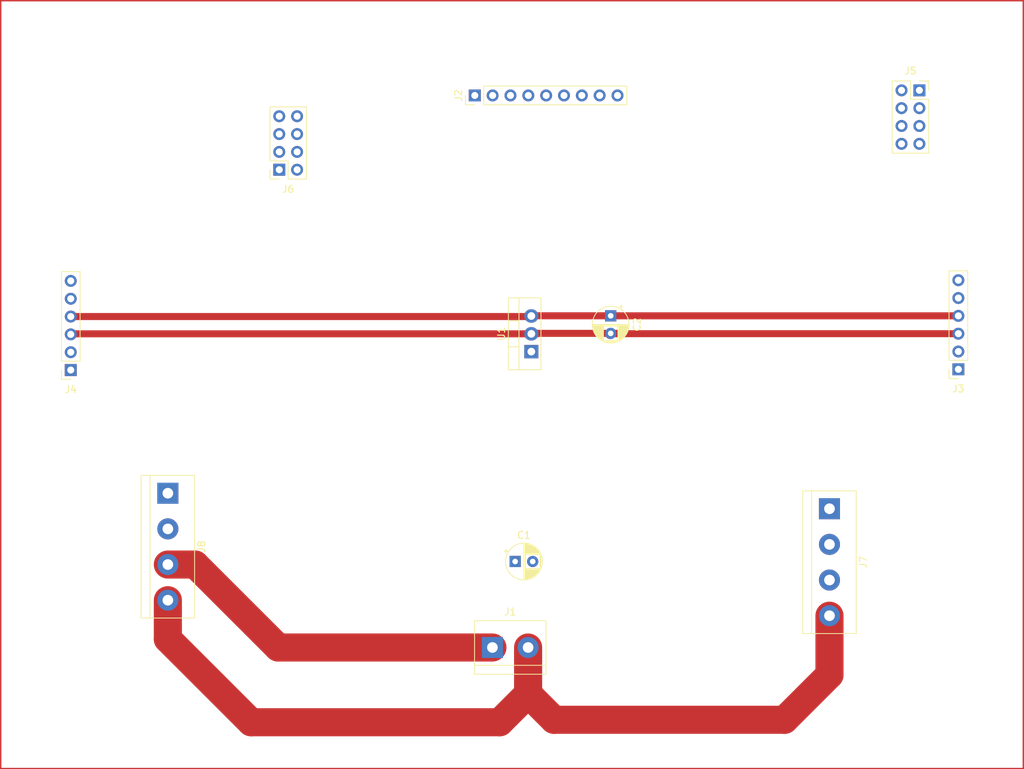
<source format=kicad_pcb>
(kicad_pcb (version 20240108) (generator "pcbnew") (generator_version "8.0")
  (layers (0 "F.Cu" signal) (31 "B.Cu" signal) (34 "B.Paste" user) (35 "F.Paste" user) (36 "B.SilkS" user "B.Silkscreen") (37 "F.SilkS" user "F.Silkscreen") (38 "B.Mask" user) (39 "F.Mask" user) (44 "Edge.Cuts" user))
  (net 0 "")
  (net 1 "/12V")
  (net 2 "/GND")
  (net 3 "/5V")
  (net 4 "/RIGHT_ENC_A")
  (net 5 "/RIGHT_ENC_B")
  (net 6 "/LEFT_L_PWM")
  (net 7 "/LEFT_ENC_A")
  (net 8 "/RIGHT_R_PWM")
  (net 9 "/RIGHT_L_PWM")
  (net 10 "/LEFT_ENC_B")
  (net 11 "/LEFT_R_PWM")
  (net 12 "/RIGHT_M+")
  (net 13 "/RIGHT_M-")
  (net 14 "/LEFT_M-")
  (net 15 "/LEFT_M+")
  (net 18 "/RIGHT_R_EN")
  (net 19 "/RIGHT_L_EN")
  (net 20 "/LEFT_L_EN")
  (net 23 "/LEFT_R_EN")
  (footprint "TerminalBlock:TerminalBlock_bornier-4_P5.08mm" (layer "F.Cu") (at 193.35 117.13 -90)
    (property "Reference" "J7" (at 7.6 -4.8 90) (layer "F.SilkS"))
    (property "Value" "RIGHT_D_POWER")
    (fp_line (start -2.54 3.81) (end 17.78 3.81) (stroke (width 0.12)) (layer "F.SilkS"))
    (fp_line (start 17.78 3.81) (end 17.78 -3.81) (stroke (width 0.12)) (layer "F.SilkS"))
    (fp_line (start 17.78 2.54) (end -2.54 2.54) (stroke (width 0.12)) (layer "F.SilkS"))
    (fp_line (start -2.54 -3.81) (end -2.54 3.81) (stroke (width 0.12)) (layer "F.SilkS"))
    (fp_line (start -2.54 -3.81) (end 17.78 -3.81) (stroke (width 0.12)) (layer "F.SilkS"))
    (pad "1" thru_hole rect (at 0 0 270) (size 3 3) (drill 1.52) (layers "*.Cu" "*.Mask") (net 13 "/RIGHT_M-"))
    (pad "2" thru_hole circle (at 5.08 0 270) (size 3 3) (drill 1.52) (layers "*.Cu" "*.Mask") (net 12 "/RIGHT_M+"))
    (pad "3" thru_hole circle (at 10.16 0 270) (size 3 3) (drill 1.52) (layers "*.Cu" "*.Mask") (net 1 "/12V"))
    (pad "4" thru_hole circle (at 15.24 0 270) (size 3 3) (drill 1.52) (layers "*.Cu" "*.Mask") (net 2 "/GND"))
  )
  (footprint "Package_TO_SOT_THT:TO-220-3_Vertical" (layer "F.Cu") (at 150.9 94.75 90)
    (property "Reference" "U1" (at 2.54 -4.27 90) (layer "F.SilkS"))
    (property "Value" "LM7805_TO220")
    (fp_line (start 7.66 -3.27) (end 7.66 1.371) (stroke (width 0.12)) (layer "F.SilkS"))
    (fp_line (start 4.391 -3.27) (end 4.391 -1.76) (stroke (width 0.12)) (layer "F.SilkS"))
    (fp_line (start 0.69 -3.27) (end 0.69 -1.76) (stroke (width 0.12)) (layer "F.SilkS"))
    (fp_line (start -2.58 -3.27) (end 7.66 -3.27) (stroke (width 0.12)) (layer "F.SilkS"))
    (fp_line (start -2.58 -3.27) (end -2.58 1.371) (stroke (width 0.12)) (layer "F.SilkS"))
    (fp_line (start -2.58 -1.76) (end 7.66 -1.76) (stroke (width 0.12)) (layer "F.SilkS"))
    (fp_line (start -2.58 1.371) (end 7.66 1.371) (stroke (width 0.12)) (layer "F.SilkS"))
    (pad "1" thru_hole rect (at 0 0 90) (size 1.905 2) (drill 1.1) (layers "*.Cu" "*.Mask") (net 1 "/12V"))
    (pad "2" thru_hole oval (at 2.54 0 90) (size 1.905 2) (drill 1.1) (layers "*.Cu" "*.Mask") (net 2 "/GND"))
    (pad "3" thru_hole oval (at 5.08 0 90) (size 1.905 2) (drill 1.1) (layers "*.Cu" "*.Mask") (net 3 "/5V"))
  )
  (footprint "Connector_PinSocket_2.54mm:PinSocket_2x04_P2.54mm_Vertical" (layer "F.Cu") (at 115.01 68.83 180)
    (property "Reference" "J6" (at -1.27 -2.77 360) (layer "F.SilkS"))
    (property "Value" "LEFT_D")
    (fp_line (start 1.33 1.27) (end 1.33 8.95) (stroke (width 0.12)) (layer "F.SilkS"))
    (fp_line (start 1.33 -1.33) (end 1.33 0) (stroke (width 0.12)) (layer "F.SilkS"))
    (fp_line (start 0 -1.33) (end 1.33 -1.33) (stroke (width 0.12)) (layer "F.SilkS"))
    (fp_line (start -1.27 1.27) (end 1.33 1.27) (stroke (width 0.12)) (layer "F.SilkS"))
    (fp_line (start -1.27 -1.33) (end -1.27 1.27) (stroke (width 0.12)) (layer "F.SilkS"))
    (fp_line (start -3.87 8.95) (end 1.33 8.95) (stroke (width 0.12)) (layer "F.SilkS"))
    (fp_line (start -3.87 -1.33) (end -1.27 -1.33) (stroke (width 0.12)) (layer "F.SilkS"))
    (fp_line (start -3.87 -1.33) (end -3.87 8.95) (stroke (width 0.12)) (layer "F.SilkS"))
    (pad "1" thru_hole rect (at 0 0 180) (size 1.7 1.7) (drill 1) (layers "*.Cu" "*.Mask") (net 11 "/LEFT_R_PWM"))
    (pad "2" thru_hole oval (at -2.54 0 180) (size 1.7 1.7) (drill 1) (layers "*.Cu" "*.Mask") (net 6 "/LEFT_L_PWM"))
    (pad "3" thru_hole oval (at 0 2.54 180) (size 1.7 1.7) (drill 1) (layers "*.Cu" "*.Mask") (net 23 "/LEFT_R_EN"))
    (pad "4" thru_hole oval (at -2.54 2.54 180) (size 1.7 1.7) (drill 1) (layers "*.Cu" "*.Mask") (net 20 "/LEFT_L_EN"))
    (pad "5" thru_hole oval (at 0 5.08 180) (size 1.7 1.7) (drill 1) (layers "*.Cu" "*.Mask"))
    (pad "6" thru_hole oval (at -2.54 5.08 180) (size 1.7 1.7) (drill 1) (layers "*.Cu" "*.Mask"))
    (pad "7" thru_hole oval (at 0 7.62 180) (size 1.7 1.7) (drill 1) (layers "*.Cu" "*.Mask") (net 3 "/5V"))
    (pad "8" thru_hole oval (at -2.54 7.62 180) (size 1.7 1.7) (drill 1) (layers "*.Cu" "*.Mask") (net 2 "/GND"))
  )
  (footprint "TerminalBlock:TerminalBlock_bornier-4_P5.08mm" (layer "F.Cu") (at 99.15 114.92 -90)
    (property "Reference" "J8" (at 7.6 -4.8 90) (layer "F.SilkS"))
    (property "Value" "LEFT_D_POWER")
    (fp_line (start -2.54 3.81) (end 17.78 3.81) (stroke (width 0.12)) (layer "F.SilkS"))
    (fp_line (start 17.78 3.81) (end 17.78 -3.81) (stroke (width 0.12)) (layer "F.SilkS"))
    (fp_line (start 17.78 2.54) (end -2.54 2.54) (stroke (width 0.12)) (layer "F.SilkS"))
    (fp_line (start -2.54 -3.81) (end -2.54 3.81) (stroke (width 0.12)) (layer "F.SilkS"))
    (fp_line (start -2.54 -3.81) (end 17.78 -3.81) (stroke (width 0.12)) (layer "F.SilkS"))
    (pad "1" thru_hole rect (at 0 0 270) (size 3 3) (drill 1.52) (layers "*.Cu" "*.Mask") (net 14 "/LEFT_M-"))
    (pad "2" thru_hole circle (at 5.08 0 270) (size 3 3) (drill 1.52) (layers "*.Cu" "*.Mask") (net 15 "/LEFT_M+"))
    (pad "3" thru_hole circle (at 10.16 0 270) (size 3 3) (drill 1.52) (layers "*.Cu" "*.Mask") (net 1 "/12V"))
    (pad "4" thru_hole circle (at 15.24 0 270) (size 3 3) (drill 1.52) (layers "*.Cu" "*.Mask") (net 2 "/GND"))
  )
  (footprint "Connector_PinSocket_2.54mm:PinSocket_1x06_P2.54mm_Vertical" (layer "F.Cu") (at 211.7 97.27 180)
    (property "Reference" "J3" (at 0 -2.77 360) (layer "F.SilkS"))
    (property "Value" "RIGHT_M")
    (fp_line (start 1.33 1.27) (end 1.33 14.03) (stroke (width 0.12)) (layer "F.SilkS"))
    (fp_line (start 1.33 -1.33) (end 1.33 0) (stroke (width 0.12)) (layer "F.SilkS"))
    (fp_line (start 0 -1.33) (end 1.33 -1.33) (stroke (width 0.12)) (layer "F.SilkS"))
    (fp_line (start -1.33 14.03) (end 1.33 14.03) (stroke (width 0.12)) (layer "F.SilkS"))
    (fp_line (start -1.33 1.27) (end 1.33 1.27) (stroke (width 0.12)) (layer "F.SilkS"))
    (fp_line (start -1.33 1.27) (end -1.33 14.03) (stroke (width 0.12)) (layer "F.SilkS"))
    (pad "1" thru_hole rect (at 0 0 180) (size 1.7 1.7) (drill 1) (layers "*.Cu" "*.Mask") (net 12 "/RIGHT_M+"))
    (pad "2" thru_hole oval (at 0 2.54 180) (size 1.7 1.7) (drill 1) (layers "*.Cu" "*.Mask") (net 13 "/RIGHT_M-"))
    (pad "3" thru_hole oval (at 0 5.08 180) (size 1.7 1.7) (drill 1) (layers "*.Cu" "*.Mask") (net 2 "/GND"))
    (pad "4" thru_hole oval (at 0 7.62 180) (size 1.7 1.7) (drill 1) (layers "*.Cu" "*.Mask") (net 3 "/5V"))
    (pad "5" thru_hole oval (at 0 10.16 180) (size 1.7 1.7) (drill 1) (layers "*.Cu" "*.Mask") (net 4 "/RIGHT_ENC_A"))
    (pad "6" thru_hole oval (at 0 12.7 180) (size 1.7 1.7) (drill 1) (layers "*.Cu" "*.Mask") (net 5 "/RIGHT_ENC_B"))
  )
  (footprint "Connector_PinSocket_2.54mm:PinSocket_1x06_P2.54mm_Vertical" (layer "F.Cu") (at 85.325 97.37 180)
    (property "Reference" "J4" (at 0 -2.77 360) (layer "F.SilkS"))
    (property "Value" "LEFT_M")
    (fp_line (start 1.33 1.27) (end 1.33 14.03) (stroke (width 0.12)) (layer "F.SilkS"))
    (fp_line (start 1.33 -1.33) (end 1.33 0) (stroke (width 0.12)) (layer "F.SilkS"))
    (fp_line (start 0 -1.33) (end 1.33 -1.33) (stroke (width 0.12)) (layer "F.SilkS"))
    (fp_line (start -1.33 14.03) (end 1.33 14.03) (stroke (width 0.12)) (layer "F.SilkS"))
    (fp_line (start -1.33 1.27) (end 1.33 1.27) (stroke (width 0.12)) (layer "F.SilkS"))
    (fp_line (start -1.33 1.27) (end -1.33 14.03) (stroke (width 0.12)) (layer "F.SilkS"))
    (pad "1" thru_hole rect (at 0 0 180) (size 1.7 1.7) (drill 1) (layers "*.Cu" "*.Mask") (net 15 "/LEFT_M+"))
    (pad "2" thru_hole oval (at 0 2.54 180) (size 1.7 1.7) (drill 1) (layers "*.Cu" "*.Mask") (net 14 "/LEFT_M-"))
    (pad "3" thru_hole oval (at 0 5.08 180) (size 1.7 1.7) (drill 1) (layers "*.Cu" "*.Mask") (net 2 "/GND"))
    (pad "4" thru_hole oval (at 0 7.62 180) (size 1.7 1.7) (drill 1) (layers "*.Cu" "*.Mask") (net 3 "/5V"))
    (pad "5" thru_hole oval (at 0 10.16 180) (size 1.7 1.7) (drill 1) (layers "*.Cu" "*.Mask") (net 7 "/LEFT_ENC_A"))
    (pad "6" thru_hole oval (at 0 12.7 180) (size 1.7 1.7) (drill 1) (layers "*.Cu" "*.Mask") (net 10 "/LEFT_ENC_B"))
  )
  (footprint "Connector_PinHeader_2.54mm:PinHeader_1x09_P2.54mm_Vertical" (layer "F.Cu") (at 142.85 58.25 90)
    (property "Reference" "J2" (at 0 -2.33 90) (layer "F.SilkS"))
    (property "Value" "CONTROLLER")
    (fp_line (start -1.33 -1.33) (end 0 -1.33) (stroke (width 0.12)) (layer "F.SilkS"))
    (fp_line (start -1.33 0) (end -1.33 -1.33) (stroke (width 0.12)) (layer "F.SilkS"))
    (fp_line (start 1.33 1.27) (end 1.33 21.65) (stroke (width 0.12)) (layer "F.SilkS"))
    (fp_line (start -1.33 1.27) (end 1.33 1.27) (stroke (width 0.12)) (layer "F.SilkS"))
    (fp_line (start -1.33 1.27) (end -1.33 21.65) (stroke (width 0.12)) (layer "F.SilkS"))
    (fp_line (start -1.33 21.65) (end 1.33 21.65) (stroke (width 0.12)) (layer "F.SilkS"))
    (pad "1" thru_hole rect (at 0 0 90) (size 1.7 1.7) (drill 1) (layers "*.Cu" "*.Mask") (net 10 "/LEFT_ENC_B"))
    (pad "2" thru_hole oval (at 0 2.54 90) (size 1.7 1.7) (drill 1) (layers "*.Cu" "*.Mask") (net 7 "/LEFT_ENC_A"))
    (pad "3" thru_hole oval (at 0 5.08 90) (size 1.7 1.7) (drill 1) (layers "*.Cu" "*.Mask") (net 11 "/LEFT_R_PWM"))
    (pad "4" thru_hole oval (at 0 7.62 90) (size 1.7 1.7) (drill 1) (layers "*.Cu" "*.Mask") (net 6 "/LEFT_L_PWM"))
    (pad "5" thru_hole oval (at 0 10.16 90) (size 1.7 1.7) (drill 1) (layers "*.Cu" "*.Mask") (net 2 "/GND"))
    (pad "6" thru_hole oval (at 0 12.7 90) (size 1.7 1.7) (drill 1) (layers "*.Cu" "*.Mask") (net 9 "/RIGHT_L_PWM"))
    (pad "7" thru_hole oval (at 0 15.24 90) (size 1.7 1.7) (drill 1) (layers "*.Cu" "*.Mask") (net 8 "/RIGHT_R_PWM"))
    (pad "8" thru_hole oval (at 0 17.78 90) (size 1.7 1.7) (drill 1) (layers "*.Cu" "*.Mask") (net 4 "/RIGHT_ENC_A"))
    (pad "9" thru_hole oval (at 0 20.32 90) (size 1.7 1.7) (drill 1) (layers "*.Cu" "*.Mask") (net 5 "/RIGHT_ENC_B"))
  )
  (footprint "Capacitor_THT:CP_Radial_D5.0mm_P2.50mm" (layer "F.Cu") (at 162.2 89.644888 -90)
    (property "Reference" "C2" (at 1.25 -3.75 90) (layer "F.SilkS"))
    (property "Value" "C_Polarized")
    (fp_line (start 1.49 1.04) (end 1.49 2.569) (stroke (width 0.12)) (layer "F.SilkS"))
    (fp_line (start 1.53 1.04) (end 1.53 2.565) (stroke (width 0.12)) (layer "F.SilkS"))
    (fp_line (start 1.57 1.04) (end 1.57 2.561) (stroke (width 0.12)) (layer "F.SilkS"))
    (fp_line (start 1.61 1.04) (end 1.61 2.556) (stroke (width 0.12)) (layer "F.SilkS"))
    (fp_line (start 1.65 1.04) (end 1.65 2.55) (stroke (width 0.12)) (layer "F.SilkS"))
    (fp_line (start 1.69 1.04) (end 1.69 2.543) (stroke (width 0.12)) (layer "F.SilkS"))
    (fp_line (start 1.73 1.04) (end 1.73 2.536) (stroke (width 0.12)) (layer "F.SilkS"))
    (fp_line (start 1.77 1.04) (end 1.77 2.528) (stroke (width 0.12)) (layer "F.SilkS"))
    (fp_line (start 1.81 1.04) (end 1.81 2.52) (stroke (width 0.12)) (layer "F.SilkS"))
    (fp_line (start 1.85 1.04) (end 1.85 2.511) (stroke (width 0.12)) (layer "F.SilkS"))
    (fp_line (start 1.89 1.04) (end 1.89 2.501) (stroke (width 0.12)) (layer "F.SilkS"))
    (fp_line (start 1.93 1.04) (end 1.93 2.491) (stroke (width 0.12)) (layer "F.SilkS"))
    (fp_line (start 1.971 1.04) (end 1.971 2.48) (stroke (width 0.12)) (layer "F.SilkS"))
    (fp_line (start 2.011 1.04) (end 2.011 2.468) (stroke (width 0.12)) (layer "F.SilkS"))
    (fp_line (start 2.051 1.04) (end 2.051 2.455) (stroke (width 0.12)) (layer "F.SilkS"))
    (fp_line (start 2.091 1.04) (end 2.091 2.442) (stroke (width 0.12)) (layer "F.SilkS"))
    (fp_line (start 2.131 1.04) (end 2.131 2.428) (stroke (width 0.12)) (layer "F.SilkS"))
    (fp_line (start 2.171 1.04) (end 2.171 2.414) (stroke (width 0.12)) (layer "F.SilkS"))
    (fp_line (start 2.211 1.04) (end 2.211 2.398) (stroke (width 0.12)) (layer "F.SilkS"))
    (fp_line (start 2.251 1.04) (end 2.251 2.382) (stroke (width 0.12)) (layer "F.SilkS"))
    (fp_line (start 2.291 1.04) (end 2.291 2.365) (stroke (width 0.12)) (layer "F.SilkS"))
    (fp_line (start 2.331 1.04) (end 2.331 2.348) (stroke (width 0.12)) (layer "F.SilkS"))
    (fp_line (start 2.371 1.04) (end 2.371 2.329) (stroke (width 0.12)) (layer "F.SilkS"))
    (fp_line (start 2.411 1.04) (end 2.411 2.31) (stroke (width 0.12)) (layer "F.SilkS"))
    (fp_line (start 2.451 1.04) (end 2.451 2.29) (stroke (width 0.12)) (layer "F.SilkS"))
    (fp_line (start 2.491 1.04) (end 2.491 2.268) (stroke (width 0.12)) (layer "F.SilkS"))
    (fp_line (start 2.531 1.04) (end 2.531 2.247) (stroke (width 0.12)) (layer "F.SilkS"))
    (fp_line (start 2.571 1.04) (end 2.571 2.224) (stroke (width 0.12)) (layer "F.SilkS"))
    (fp_line (start 2.611 1.04) (end 2.611 2.2) (stroke (width 0.12)) (layer "F.SilkS"))
    (fp_line (start 2.651 1.04) (end 2.651 2.175) (stroke (width 0.12)) (layer "F.SilkS"))
    (fp_line (start 2.691 1.04) (end 2.691 2.149) (stroke (width 0.12)) (layer "F.SilkS"))
    (fp_line (start 2.731 1.04) (end 2.731 2.122) (stroke (width 0.12)) (layer "F.SilkS"))
    (fp_line (start 2.771 1.04) (end 2.771 2.095) (stroke (width 0.12)) (layer "F.SilkS"))
    (fp_line (start 2.811 1.04) (end 2.811 2.065) (stroke (width 0.12)) (layer "F.SilkS"))
    (fp_line (start 2.851 1.04) (end 2.851 2.035) (stroke (width 0.12)) (layer "F.SilkS"))
    (fp_line (start 2.891 1.04) (end 2.891 2.004) (stroke (width 0.12)) (layer "F.SilkS"))
    (fp_line (start 2.931 1.04) (end 2.931 1.971) (stroke (width 0.12)) (layer "F.SilkS"))
    (fp_line (start 2.971 1.04) (end 2.971 1.937) (stroke (width 0.12)) (layer "F.SilkS"))
    (fp_line (start 3.011 1.04) (end 3.011 1.901) (stroke (width 0.12)) (layer "F.SilkS"))
    (fp_line (start 3.051 1.04) (end 3.051 1.864) (stroke (width 0.12)) (layer "F.SilkS"))
    (fp_line (start 3.091 1.04) (end 3.091 1.826) (stroke (width 0.12)) (layer "F.SilkS"))
    (fp_line (start 3.131 1.04) (end 3.131 1.785) (stroke (width 0.12)) (layer "F.SilkS"))
    (fp_line (start 3.171 1.04) (end 3.171 1.743) (stroke (width 0.12)) (layer "F.SilkS"))
    (fp_line (start 3.211 1.04) (end 3.211 1.699) (stroke (width 0.12)) (layer "F.SilkS"))
    (fp_line (start 3.251 1.04) (end 3.251 1.653) (stroke (width 0.12)) (layer "F.SilkS"))
    (fp_line (start 3.291 1.04) (end 3.291 1.605) (stroke (width 0.12)) (layer "F.SilkS"))
    (fp_line (start 3.331 1.04) (end 3.331 1.554) (stroke (width 0.12)) (layer "F.SilkS"))
    (fp_line (start 3.371 1.04) (end 3.371 1.5) (stroke (width 0.12)) (layer "F.SilkS"))
    (fp_line (start 3.411 1.04) (end 3.411 1.443) (stroke (width 0.12)) (layer "F.SilkS"))
    (fp_line (start 3.451 1.04) (end 3.451 1.383) (stroke (width 0.12)) (layer "F.SilkS"))
    (fp_line (start 3.491 1.04) (end 3.491 1.319) (stroke (width 0.12)) (layer "F.SilkS"))
    (fp_line (start 3.531 1.04) (end 3.531 1.251) (stroke (width 0.12)) (layer "F.SilkS"))
    (fp_line (start 3.851 -0.284) (end 3.851 0.284) (stroke (width 0.12)) (layer "F.SilkS"))
    (fp_line (start 3.811 -0.518) (end 3.811 0.518) (stroke (width 0.12)) (layer "F.SilkS"))
    (fp_line (start 3.771 -0.677) (end 3.771 0.677) (stroke (width 0.12)) (layer "F.SilkS"))
    (fp_line (start 3.731 -0.805) (end 3.731 0.805) (stroke (width 0.12)) (layer "F.SilkS"))
    (fp_line (start 3.691 -0.915) (end 3.691 0.915) (stroke (width 0.12)) (layer "F.SilkS"))
    (fp_line (start 3.651 -1.011) (end 3.651 1.011) (stroke (width 0.12)) (layer "F.SilkS"))
    (fp_line (start 3.611 -1.098) (end 3.611 1.098) (stroke (width 0.12)) (layer "F.SilkS"))
    (fp_line (start 3.571 -1.178) (end 3.571 1.178) (stroke (width 0.12)) (layer "F.SilkS"))
    (fp_line (start 3.531 -1.251) (end 3.531 -1.04) (stroke (width 0.12)) (layer "F.SilkS"))
    (fp_line (start 3.491 -1.319) (end 3.491 -1.04) (stroke (width 0.12)) (layer "F.SilkS"))
    (fp_line (start 3.451 -1.383) (end 3.451 -1.04) (stroke (width 0.12)) (layer "F.SilkS"))
    (fp_line (start 3.411 -1.443) (end 3.411 -1.04) (stroke (width 0.12)) (layer "F.SilkS"))
    (fp_line (start -1.554775 -1.475) (end -1.054775 -1.475) (stroke (width 0.12)) (layer "F.SilkS"))
    (fp_line (start 3.371 -1.5) (end 3.371 -1.04) (stroke (width 0.12)) (layer "F.SilkS"))
    (fp_line (start 3.331 -1.554) (end 3.331 -1.04) (stroke (width 0.12)) (layer "F.SilkS"))
    (fp_line (start 3.291 -1.605) (end 3.291 -1.04) (stroke (width 0.12)) (layer "F.SilkS"))
    (fp_line (start 3.251 -1.653) (end 3.251 -1.04) (stroke (width 0.12)) (layer "F.SilkS"))
    (fp_line (start 3.211 -1.699) (end 3.211 -1.04) (stroke (width 0.12)) (layer "F.SilkS"))
    (fp_line (start -1.304775 -1.725) (end -1.304775 -1.225) (stroke (width 0.12)) (layer "F.SilkS"))
    (fp_line (start 3.171 -1.743) (end 3.171 -1.04) (stroke (width 0.12)) (layer "F.SilkS"))
    (fp_line (start 3.131 -1.785) (end 3.131 -1.04) (stroke (width 0.12)) (layer "F.SilkS"))
    (fp_line (start 3.091 -1.826) (end 3.091 -1.04) (stroke (width 0.12)) (layer "F.SilkS"))
    (fp_line (start 3.051 -1.864) (end 3.051 -1.04) (stroke (width 0.12)) (layer "F.SilkS"))
    (fp_line (start 3.011 -1.901) (end 3.011 -1.04) (stroke (width 0.12)) (layer "F.SilkS"))
    (fp_line (start 2.971 -1.937) (end 2.971 -1.04) (stroke (width 0.12)) (layer "F.SilkS"))
    (fp_line (start 2.931 -1.971) (end 2.931 -1.04) (stroke (width 0.12)) (layer "F.SilkS"))
    (fp_line (start 2.891 -2.004) (end 2.891 -1.04) (stroke (width 0.12)) (layer "F.SilkS"))
    (fp_line (start 2.851 -2.035) (end 2.851 -1.04) (stroke (width 0.12)) (layer "F.SilkS"))
    (fp_line (start 2.811 -2.065) (end 2.811 -1.04) (stroke (width 0.12)) (layer "F.SilkS"))
    (fp_line (start 2.771 -2.095) (end 2.771 -1.04) (stroke (width 0.12)) (layer "F.SilkS"))
    (fp_line (start 2.731 -2.122) (end 2.731 -1.04) (stroke (width 0.12)) (layer "F.SilkS"))
    (fp_line (start 2.691 -2.149) (end 2.691 -1.04) (stroke (width 0.12)) (layer "F.SilkS"))
    (fp_line (start 2.651 -2.175) (end 2.651 -1.04) (stroke (width 0.12)) (layer "F.SilkS"))
    (fp_line (start 2.611 -2.2) (end 2.611 -1.04) (stroke (width 0.12)) (layer "F.SilkS"))
    (fp_line (start 2.571 -2.224) (end 2.571 -1.04) (stroke (width 0.12)) (layer "F.SilkS"))
    (fp_line (start 2.531 -2.247) (end 2.531 -1.04) (stroke (width 0.12)) (layer "F.SilkS"))
    (fp_line (start 2.491 -2.268) (end 2.491 -1.04) (stroke (width 0.12)) (layer "F.SilkS"))
    (fp_line (start 2.451 -2.29) (end 2.451 -1.04) (stroke (width 0.12)) (layer "F.SilkS"))
    (fp_line (start 2.411 -2.31) (end 2.411 -1.04) (stroke (width 0.12)) (layer "F.SilkS"))
    (fp_line (start 2.371 -2.329) (end 2.371 -1.04) (stroke (width 0.12)) (layer "F.SilkS"))
    (fp_line (start 2.331 -2.348) (end 2.331 -1.04) (stroke (width 0.12)) (layer "F.SilkS"))
    (fp_line (start 2.291 -2.365) (end 2.291 -1.04) (stroke (width 0.12)) (layer "F.SilkS"))
    (fp_line (start 2.251 -2.382) (end 2.251 -1.04) (stroke (width 0.12)) (layer "F.SilkS"))
    (fp_line (start 2.211 -2.398) (end 2.211 -1.04) (stroke (width 0.12)) (layer "F.SilkS"))
    (fp_line (start 2.171 -2.414) (end 2.171 -1.04) (stroke (width 0.12)) (layer "F.SilkS"))
    (fp_line (start 2.131 -2.428) (end 2.131 -1.04) (stroke (width 0.12)) (layer "F.SilkS"))
    (fp_line (start 2.091 -2.442) (end 2.091 -1.04) (stroke (width 0.12)) (layer "F.SilkS"))
    (fp_line (start 2.051 -2.455) (end 2.051 -1.04) (stroke (width 0.12)) (layer "F.SilkS"))
    (fp_line (start 2.011 -2.468) (end 2.011 -1.04) (stroke (width 0.12)) (layer "F.SilkS"))
    (fp_line (start 1.971 -2.48) (end 1.971 -1.04) (stroke (width 0.12)) (layer "F.SilkS"))
    (fp_line (start 1.93 -2.491) (end 1.93 -1.04) (stroke (width 0.12)) (layer "F.SilkS"))
    (fp_line (start 1.89 -2.501) (end 1.89 -1.04) (stroke (width 0.12)) (layer "F.SilkS"))
    (fp_line (start 1.85 -2.511) (end 1.85 -1.04) (stroke (width 0.12)) (layer "F.SilkS"))
    (fp_line (start 1.81 -2.52) (end 1.81 -1.04) (stroke (width 0.12)) (layer "F.SilkS"))
    (fp_line (start 1.77 -2.528) (end 1.77 -1.04) (stroke (width 0.12)) (layer "F.SilkS"))
    (fp_line (start 1.73 -2.536) (end 1.73 -1.04) (stroke (width 0.12)) (layer "F.SilkS"))
    (fp_line (start 1.69 -2.543) (end 1.69 -1.04) (stroke (width 0.12)) (layer "F.SilkS"))
    (fp_line (start 1.65 -2.55) (end 1.65 -1.04) (stroke (width 0.12)) (layer "F.SilkS"))
    (fp_line (start 1.61 -2.556) (end 1.61 -1.04) (stroke (width 0.12)) (layer "F.SilkS"))
    (fp_line (start 1.57 -2.561) (end 1.57 -1.04) (stroke (width 0.12)) (layer "F.SilkS"))
    (fp_line (start 1.53 -2.565) (end 1.53 -1.04) (stroke (width 0.12)) (layer "F.SilkS"))
    (fp_line (start 1.49 -2.569) (end 1.49 -1.04) (stroke (width 0.12)) (layer "F.SilkS"))
    (fp_line (start 1.45 -2.573) (end 1.45 2.573) (stroke (width 0.12)) (layer "F.SilkS"))
    (fp_line (start 1.41 -2.576) (end 1.41 2.576) (stroke (width 0.12)) (layer "F.SilkS"))
    (fp_line (start 1.37 -2.578) (end 1.37 2.578) (stroke (width 0.12)) (layer "F.SilkS"))
    (fp_line (start 1.33 -2.579) (end 1.33 2.579) (stroke (width 0.12)) (layer "F.SilkS"))
    (fp_line (start 1.25 -2.58) (end 1.25 2.58) (stroke (width 0.12)) (layer "F.SilkS"))
    (fp_line (start 1.29 -2.58) (end 1.29 2.58) (stroke (width 0.12)) (layer "F.SilkS"))
    (fp_circle (center 1.25 0) (end 3.87 0) (stroke (width 0.12)) (fill none) (layer "F.SilkS"))
    (pad "1" thru_hole rect (at 0 0 270) (size 1.6 1.6) (drill 0.8) (layers "*.Cu" "*.Mask") (net 3 "/5V"))
    (pad "2" thru_hole circle (at 2.5 0 270) (size 1.6 1.6) (drill 0.8) (layers "*.Cu" "*.Mask") (net 2 "/GND"))
  )
  (footprint "Connector_PinSocket_2.54mm:PinSocket_2x04_P2.54mm_Vertical" (layer "F.Cu") (at 206.15 57.52)
    (property "Reference" "J5" (at -1.27 -2.77 0) (layer "F.SilkS"))
    (property "Value" "RIGHT_D")
    (fp_line (start -3.87 -1.33) (end -3.87 8.95) (stroke (width 0.12)) (layer "F.SilkS"))
    (fp_line (start -3.87 -1.33) (end -1.27 -1.33) (stroke (width 0.12)) (layer "F.SilkS"))
    (fp_line (start -3.87 8.95) (end 1.33 8.95) (stroke (width 0.12)) (layer "F.SilkS"))
    (fp_line (start -1.27 -1.33) (end -1.27 1.27) (stroke (width 0.12)) (layer "F.SilkS"))
    (fp_line (start -1.27 1.27) (end 1.33 1.27) (stroke (width 0.12)) (layer "F.SilkS"))
    (fp_line (start 0 -1.33) (end 1.33 -1.33) (stroke (width 0.12)) (layer "F.SilkS"))
    (fp_line (start 1.33 -1.33) (end 1.33 0) (stroke (width 0.12)) (layer "F.SilkS"))
    (fp_line (start 1.33 1.27) (end 1.33 8.95) (stroke (width 0.12)) (layer "F.SilkS"))
    (pad "1" thru_hole rect (at 0 0) (size 1.7 1.7) (drill 1) (layers "*.Cu" "*.Mask") (net 8 "/RIGHT_R_PWM"))
    (pad "2" thru_hole oval (at -2.54 0) (size 1.7 1.7) (drill 1) (layers "*.Cu" "*.Mask") (net 9 "/RIGHT_L_PWM"))
    (pad "3" thru_hole oval (at 0 2.54) (size 1.7 1.7) (drill 1) (layers "*.Cu" "*.Mask") (net 18 "/RIGHT_R_EN"))
    (pad "4" thru_hole oval (at -2.54 2.54) (size 1.7 1.7) (drill 1) (layers "*.Cu" "*.Mask") (net 19 "/RIGHT_L_EN"))
    (pad "5" thru_hole oval (at 0 5.08) (size 1.7 1.7) (drill 1) (layers "*.Cu" "*.Mask"))
    (pad "6" thru_hole oval (at -2.54 5.08) (size 1.7 1.7) (drill 1) (layers "*.Cu" "*.Mask"))
    (pad "7" thru_hole oval (at 0 7.62) (size 1.7 1.7) (drill 1) (layers "*.Cu" "*.Mask") (net 3 "/5V"))
    (pad "8" thru_hole oval (at -2.54 7.62) (size 1.7 1.7) (drill 1) (layers "*.Cu" "*.Mask") (net 2 "/GND"))
  )
  (footprint "TerminalBlock:TerminalBlock_bornier-2_P5.08mm" (layer "F.Cu") (at 145.36 136.9)
    (property "Reference" "J1" (at 2.54 -5.08 0) (layer "F.SilkS"))
    (property "Value" "BATTERY")
    (fp_line (start -2.54 -3.81) (end -2.54 3.81) (stroke (width 0.12)) (layer "F.SilkS"))
    (fp_line (start -2.54 3.81) (end 7.62 3.81) (stroke (width 0.12)) (layer "F.SilkS"))
    (fp_line (start 7.62 -3.81) (end -2.54 -3.81) (stroke (width 0.12)) (layer "F.SilkS"))
    (fp_line (start 7.62 2.54) (end -2.54 2.54) (stroke (width 0.12)) (layer "F.SilkS"))
    (fp_line (start 7.62 3.81) (end 7.62 -3.81) (stroke (width 0.12)) (layer "F.SilkS"))
    (pad "1" thru_hole rect (at 0 0) (size 3 3) (drill 1.52) (layers "*.Cu" "*.Mask") (net 1 "/12V"))
    (pad "2" thru_hole circle (at 5.08 0) (size 3 3) (drill 1.52) (layers "*.Cu" "*.Mask") (net 2 "/GND"))
  )
  (footprint "Capacitor_THT:CP_Radial_D5.0mm_P2.50mm" (layer "F.Cu") (at 148.594888 124.65)
    (property "Reference" "C1" (at 1.25 -3.75 0) (layer "F.SilkS"))
    (property "Value" "C")
    (fp_line (start -1.554775 -1.475) (end -1.054775 -1.475) (stroke (width 0.12)) (layer "F.SilkS"))
    (fp_line (start -1.304775 -1.725) (end -1.304775 -1.225) (stroke (width 0.12)) (layer "F.SilkS"))
    (fp_line (start 1.25 -2.58) (end 1.25 2.58) (stroke (width 0.12)) (layer "F.SilkS"))
    (fp_line (start 1.29 -2.58) (end 1.29 2.58) (stroke (width 0.12)) (layer "F.SilkS"))
    (fp_line (start 1.33 -2.579) (end 1.33 2.579) (stroke (width 0.12)) (layer "F.SilkS"))
    (fp_line (start 1.37 -2.578) (end 1.37 2.578) (stroke (width 0.12)) (layer "F.SilkS"))
    (fp_line (start 1.41 -2.576) (end 1.41 2.576) (stroke (width 0.12)) (layer "F.SilkS"))
    (fp_line (start 1.45 -2.573) (end 1.45 2.573) (stroke (width 0.12)) (layer "F.SilkS"))
    (fp_line (start 1.49 -2.569) (end 1.49 -1.04) (stroke (width 0.12)) (layer "F.SilkS"))
    (fp_line (start 1.49 1.04) (end 1.49 2.569) (stroke (width 0.12)) (layer "F.SilkS"))
    (fp_line (start 1.53 -2.565) (end 1.53 -1.04) (stroke (width 0.12)) (layer "F.SilkS"))
    (fp_line (start 1.53 1.04) (end 1.53 2.565) (stroke (width 0.12)) (layer "F.SilkS"))
    (fp_line (start 1.57 -2.561) (end 1.57 -1.04) (stroke (width 0.12)) (layer "F.SilkS"))
    (fp_line (start 1.57 1.04) (end 1.57 2.561) (stroke (width 0.12)) (layer "F.SilkS"))
    (fp_line (start 1.61 -2.556) (end 1.61 -1.04) (stroke (width 0.12)) (layer "F.SilkS"))
    (fp_line (start 1.61 1.04) (end 1.61 2.556) (stroke (width 0.12)) (layer "F.SilkS"))
    (fp_line (start 1.65 -2.55) (end 1.65 -1.04) (stroke (width 0.12)) (layer "F.SilkS"))
    (fp_line (start 1.65 1.04) (end 1.65 2.55) (stroke (width 0.12)) (layer "F.SilkS"))
    (fp_line (start 1.69 -2.543) (end 1.69 -1.04) (stroke (width 0.12)) (layer "F.SilkS"))
    (fp_line (start 1.69 1.04) (end 1.69 2.543) (stroke (width 0.12)) (layer "F.SilkS"))
    (fp_line (start 1.73 -2.536) (end 1.73 -1.04) (stroke (width 0.12)) (layer "F.SilkS"))
    (fp_line (start 1.73 1.04) (end 1.73 2.536) (stroke (width 0.12)) (layer "F.SilkS"))
    (fp_line (start 1.77 -2.528) (end 1.77 -1.04) (stroke (width 0.12)) (layer "F.SilkS"))
    (fp_line (start 1.77 1.04) (end 1.77 2.528) (stroke (width 0.12)) (layer "F.SilkS"))
    (fp_line (start 1.81 -2.52) (end 1.81 -1.04) (stroke (width 0.12)) (layer "F.SilkS"))
    (fp_line (start 1.81 1.04) (end 1.81 2.52) (stroke (width 0.12)) (layer "F.SilkS"))
    (fp_line (start 1.85 -2.511) (end 1.85 -1.04) (stroke (width 0.12)) (layer "F.SilkS"))
    (fp_line (start 1.85 1.04) (end 1.85 2.511) (stroke (width 0.12)) (layer "F.SilkS"))
    (fp_line (start 1.89 -2.501) (end 1.89 -1.04) (stroke (width 0.12)) (layer "F.SilkS"))
    (fp_line (start 1.89 1.04) (end 1.89 2.501) (stroke (width 0.12)) (layer "F.SilkS"))
    (fp_line (start 1.93 -2.491) (end 1.93 -1.04) (stroke (width 0.12)) (layer "F.SilkS"))
    (fp_line (start 1.93 1.04) (end 1.93 2.491) (stroke (width 0.12)) (layer "F.SilkS"))
    (fp_line (start 1.971 -2.48) (end 1.971 -1.04) (stroke (width 0.12)) (layer "F.SilkS"))
    (fp_line (start 1.971 1.04) (end 1.971 2.48) (stroke (width 0.12)) (layer "F.SilkS"))
    (fp_line (start 2.011 -2.468) (end 2.011 -1.04) (stroke (width 0.12)) (layer "F.SilkS"))
    (fp_line (start 2.011 1.04) (end 2.011 2.468) (stroke (width 0.12)) (layer "F.SilkS"))
    (fp_line (start 2.051 -2.455) (end 2.051 -1.04) (stroke (width 0.12)) (layer "F.SilkS"))
    (fp_line (start 2.051 1.04) (end 2.051 2.455) (stroke (width 0.12)) (layer "F.SilkS"))
    (fp_line (start 2.091 -2.442) (end 2.091 -1.04) (stroke (width 0.12)) (layer "F.SilkS"))
    (fp_line (start 2.091 1.04) (end 2.091 2.442) (stroke (width 0.12)) (layer "F.SilkS"))
    (fp_line (start 2.131 -2.428) (end 2.131 -1.04) (stroke (width 0.12)) (layer "F.SilkS"))
    (fp_line (start 2.131 1.04) (end 2.131 2.428) (stroke (width 0.12)) (layer "F.SilkS"))
    (fp_line (start 2.171 -2.414) (end 2.171 -1.04) (stroke (width 0.12)) (layer "F.SilkS"))
    (fp_line (start 2.171 1.04) (end 2.171 2.414) (stroke (width 0.12)) (layer "F.SilkS"))
    (fp_line (start 2.211 -2.398) (end 2.211 -1.04) (stroke (width 0.12)) (layer "F.SilkS"))
    (fp_line (start 2.211 1.04) (end 2.211 2.398) (stroke (width 0.12)) (layer "F.SilkS"))
    (fp_line (start 2.251 -2.382) (end 2.251 -1.04) (stroke (width 0.12)) (layer "F.SilkS"))
    (fp_line (start 2.251 1.04) (end 2.251 2.382) (stroke (width 0.12)) (layer "F.SilkS"))
    (fp_line (start 2.291 -2.365) (end 2.291 -1.04) (stroke (width 0.12)) (layer "F.SilkS"))
    (fp_line (start 2.291 1.04) (end 2.291 2.365) (stroke (width 0.12)) (layer "F.SilkS"))
    (fp_line (start 2.331 -2.348) (end 2.331 -1.04) (stroke (width 0.12)) (layer "F.SilkS"))
    (fp_line (start 2.331 1.04) (end 2.331 2.348) (stroke (width 0.12)) (layer "F.SilkS"))
    (fp_line (start 2.371 -2.329) (end 2.371 -1.04) (stroke (width 0.12)) (layer "F.SilkS"))
    (fp_line (start 2.371 1.04) (end 2.371 2.329) (stroke (width 0.12)) (layer "F.SilkS"))
    (fp_line (start 2.411 -2.31) (end 2.411 -1.04) (stroke (width 0.12)) (layer "F.SilkS"))
    (fp_line (start 2.411 1.04) (end 2.411 2.31) (stroke (width 0.12)) (layer "F.SilkS"))
    (fp_line (start 2.451 -2.29) (end 2.451 -1.04) (stroke (width 0.12)) (layer "F.SilkS"))
    (fp_line (start 2.451 1.04) (end 2.451 2.29) (stroke (width 0.12)) (layer "F.SilkS"))
    (fp_line (start 2.491 -2.268) (end 2.491 -1.04) (stroke (width 0.12)) (layer "F.SilkS"))
    (fp_line (start 2.491 1.04) (end 2.491 2.268) (stroke (width 0.12)) (layer "F.SilkS"))
    (fp_line (start 2.531 -2.247) (end 2.531 -1.04) (stroke (width 0.12)) (layer "F.SilkS"))
    (fp_line (start 2.531 1.04) (end 2.531 2.247) (stroke (width 0.12)) (layer "F.SilkS"))
    (fp_line (start 2.571 -2.224) (end 2.571 -1.04) (stroke (width 0.12)) (layer "F.SilkS"))
    (fp_line (start 2.571 1.04) (end 2.571 2.224) (stroke (width 0.12)) (layer "F.SilkS"))
    (fp_line (start 2.611 -2.2) (end 2.611 -1.04) (stroke (width 0.12)) (layer "F.SilkS"))
    (fp_line (start 2.611 1.04) (end 2.611 2.2) (stroke (width 0.12)) (layer "F.SilkS"))
    (fp_line (start 2.651 -2.175) (end 2.651 -1.04) (stroke (width 0.12)) (layer "F.SilkS"))
    (fp_line (start 2.651 1.04) (end 2.651 2.175) (stroke (width 0.12)) (layer "F.SilkS"))
    (fp_line (start 2.691 -2.149) (end 2.691 -1.04) (stroke (width 0.12)) (layer "F.SilkS"))
    (fp_line (start 2.691 1.04) (end 2.691 2.149) (stroke (width 0.12)) (layer "F.SilkS"))
    (fp_line (start 2.731 -2.122) (end 2.731 -1.04) (stroke (width 0.12)) (layer "F.SilkS"))
    (fp_line (start 2.731 1.04) (end 2.731 2.122) (stroke (width 0.12)) (layer "F.SilkS"))
    (fp_line (start 2.771 -2.095) (end 2.771 -1.04) (stroke (width 0.12)) (layer "F.SilkS"))
    (fp_line (start 2.771 1.04) (end 2.771 2.095) (stroke (width 0.12)) (layer "F.SilkS"))
    (fp_line (start 2.811 -2.065) (end 2.811 -1.04) (stroke (width 0.12)) (layer "F.SilkS"))
    (fp_line (start 2.811 1.04) (end 2.811 2.065) (stroke (width 0.12)) (layer "F.SilkS"))
    (fp_line (start 2.851 -2.035) (end 2.851 -1.04) (stroke (width 0.12)) (layer "F.SilkS"))
    (fp_line (start 2.851 1.04) (end 2.851 2.035) (stroke (width 0.12)) (layer "F.SilkS"))
    (fp_line (start 2.891 -2.004) (end 2.891 -1.04) (stroke (width 0.12)) (layer "F.SilkS"))
    (fp_line (start 2.891 1.04) (end 2.891 2.004) (stroke (width 0.12)) (layer "F.SilkS"))
    (fp_line (start 2.931 -1.971) (end 2.931 -1.04) (stroke (width 0.12)) (layer "F.SilkS"))
    (fp_line (start 2.931 1.04) (end 2.931 1.971) (stroke (width 0.12)) (layer "F.SilkS"))
    (fp_line (start 2.971 -1.937) (end 2.971 -1.04) (stroke (width 0.12)) (layer "F.SilkS"))
    (fp_line (start 2.971 1.04) (end 2.971 1.937) (stroke (width 0.12)) (layer "F.SilkS"))
    (fp_line (start 3.011 -1.901) (end 3.011 -1.04) (stroke (width 0.12)) (layer "F.SilkS"))
    (fp_line (start 3.011 1.04) (end 3.011 1.901) (stroke (width 0.12)) (layer "F.SilkS"))
    (fp_line (start 3.051 -1.864) (end 3.051 -1.04) (stroke (width 0.12)) (layer "F.SilkS"))
    (fp_line (start 3.051 1.04) (end 3.051 1.864) (stroke (width 0.12)) (layer "F.SilkS"))
    (fp_line (start 3.091 -1.826) (end 3.091 -1.04) (stroke (width 0.12)) (layer "F.SilkS"))
    (fp_line (start 3.091 1.04) (end 3.091 1.826) (stroke (width 0.12)) (layer "F.SilkS"))
    (fp_line (start 3.131 -1.785) (end 3.131 -1.04) (stroke (width 0.12)) (layer "F.SilkS"))
    (fp_line (start 3.131 1.04) (end 3.131 1.785) (stroke (width 0.12)) (layer "F.SilkS"))
    (fp_line (start 3.171 -1.743) (end 3.171 -1.04) (stroke (width 0.12)) (layer "F.SilkS"))
    (fp_line (start 3.171 1.04) (end 3.171 1.743) (stroke (width 0.12)) (layer "F.SilkS"))
    (fp_line (start 3.211 -1.699) (end 3.211 -1.04) (stroke (width 0.12)) (layer "F.SilkS"))
    (fp_line (start 3.211 1.04) (end 3.211 1.699) (stroke (width 0.12)) (layer "F.SilkS"))
    (fp_line (start 3.251 -1.653) (end 3.251 -1.04) (stroke (width 0.12)) (layer "F.SilkS"))
    (fp_line (start 3.251 1.04) (end 3.251 1.653) (stroke (width 0.12)) (layer "F.SilkS"))
    (fp_line (start 3.291 -1.605) (end 3.291 -1.04) (stroke (width 0.12)) (layer "F.SilkS"))
    (fp_line (start 3.291 1.04) (end 3.291 1.605) (stroke (width 0.12)) (layer "F.SilkS"))
    (fp_line (start 3.331 -1.554) (end 3.331 -1.04) (stroke (width 0.12)) (layer "F.SilkS"))
    (fp_line (start 3.331 1.04) (end 3.331 1.554) (stroke (width 0.12)) (layer "F.SilkS"))
    (fp_line (start 3.371 -1.5) (end 3.371 -1.04) (stroke (width 0.12)) (layer "F.SilkS"))
    (fp_line (start 3.371 1.04) (end 3.371 1.5) (stroke (width 0.12)) (layer "F.SilkS"))
    (fp_line (start 3.411 -1.443) (end 3.411 -1.04) (stroke (width 0.12)) (layer "F.SilkS"))
    (fp_line (start 3.411 1.04) (end 3.411 1.443) (stroke (width 0.12)) (layer "F.SilkS"))
    (fp_line (start 3.451 -1.383) (end 3.451 -1.04) (stroke (width 0.12)) (layer "F.SilkS"))
    (fp_line (start 3.451 1.04) (end 3.451 1.383) (stroke (width 0.12)) (layer "F.SilkS"))
    (fp_line (start 3.491 -1.319) (end 3.491 -1.04) (stroke (width 0.12)) (layer "F.SilkS"))
    (fp_line (start 3.491 1.04) (end 3.491 1.319) (stroke (width 0.12)) (layer "F.SilkS"))
    (fp_line (start 3.531 -1.251) (end 3.531 -1.04) (stroke (width 0.12)) (layer "F.SilkS"))
    (fp_line (start 3.531 1.04) (end 3.531 1.251) (stroke (width 0.12)) (layer "F.SilkS"))
    (fp_line (start 3.571 -1.178) (end 3.571 1.178) (stroke (width 0.12)) (layer "F.SilkS"))
    (fp_line (start 3.611 -1.098) (end 3.611 1.098) (stroke (width 0.12)) (layer "F.SilkS"))
    (fp_line (start 3.651 -1.011) (end 3.651 1.011) (stroke (width 0.12)) (layer "F.SilkS"))
    (fp_line (start 3.691 -0.915) (end 3.691 0.915) (stroke (width 0.12)) (layer "F.SilkS"))
    (fp_line (start 3.731 -0.805) (end 3.731 0.805) (stroke (width 0.12)) (layer "F.SilkS"))
    (fp_line (start 3.771 -0.677) (end 3.771 0.677) (stroke (width 0.12)) (layer "F.SilkS"))
    (fp_line (start 3.811 -0.518) (end 3.811 0.518) (stroke (width 0.12)) (layer "F.SilkS"))
    (fp_line (start 3.851 -0.284) (end 3.851 0.284) (stroke (width 0.12)) (layer "F.SilkS"))
    (fp_circle (center 1.25 0) (end 3.87 0) (stroke (width 0.12)) (fill none) (layer "F.SilkS"))
    (pad "1" thru_hole rect (at 0 0) (size 1.6 1.6) (drill 0.8) (layers "*.Cu" "*.Mask") (net 1 "/12V"))
    (pad "2" thru_hole circle (at 2.5 0) (size 1.6 1.6) (drill 0.8) (layers "*.Cu" "*.Mask") (net 2 "/GND"))
  )
  (gr_rect (start 75.35 44.75) (end 220.95 154.15) (stroke (width 0.2)) (fill none) (layer "F.Cu"))
  (segment (start 99.15 125.08) (end 103.03 125.08) (width 4) (layer "F.Cu") (net 1))
  (segment (start 114.85 136.9) (end 145.36 136.9) (width 4) (layer "F.Cu") (net 1))
  (segment (start 103.03 125.08) (end 114.85 136.9) (width 4) (layer "F.Cu") (net 1))
  (segment (start 150.9 92.21) (end 85.405 92.21) (width 1) (layer "F.Cu") (net 2))
  (segment (start 150.44 143.51) (end 146.4 147.55) (width 4) (layer "F.Cu") (net 2))
  (segment (start 151.755112 92.144888) (end 162.2 92.144888) (width 1) (layer "F.Cu") (net 2))
  (segment (start 162.994888 92.144888) (end 163.04 92.19) (width 1) (layer "F.Cu") (net 2))
  (segment (start 150.9 92.21) (end 151.69 92.21) (width 1) (layer "F.Cu") (net 2))
  (segment (start 186.95 147.2) (end 154.13 147.2) (width 4) (layer "F.Cu") (net 2))
  (segment (start 146.4 147.55) (end 111 147.55) (width 4) (layer "F.Cu") (net 2))
  (segment (start 163.04 92.19) (end 211.7 92.19) (width 1) (layer "F.Cu") (net 2))
  (segment (start 162.134888 92.21) (end 162.2 92.144888) (width 1.5) (layer "F.Cu") (net 2))
  (segment (start 154.13 147.2) (end 150.44 143.51) (width 4) (layer "F.Cu") (net 2))
  (segment (start 111 147.55) (end 99.15 135.7) (width 4) (layer "F.Cu") (net 2))
  (segment (start 85.405 92.21) (end 85.325 92.29) (width 1) (layer "F.Cu") (net 2))
  (segment (start 99.15 135.7) (end 99.15 130.16) (width 4) (layer "F.Cu") (net 2))
  (segment (start 193.35 132.37) (end 193.35 140.8) (width 4) (layer "F.Cu") (net 2))
  (segment (start 162.2 92.144888) (end 162.994888 92.144888) (width 1) (layer "F.Cu") (net 2))
  (segment (start 151.69 92.21) (end 151.755112 92.144888) (width 1) (layer "F.Cu") (net 2))
  (segment (start 150.44 136.9) (end 150.44 143.51) (width 4) (layer "F.Cu") (net 2))
  (segment (start 193.35 140.8) (end 186.95 147.2) (width 4) (layer "F.Cu") (net 2))
  (segment (start 150.9 89.67) (end 151.48 89.67) (width 1) (layer "F.Cu") (net 3))
  (segment (start 162.2 89.644888) (end 163.394888 89.644888) (width 1) (layer "F.Cu") (net 3))
  (segment (start 162.174888 89.67) (end 162.2 89.644888) (width 1.5) (layer "F.Cu") (net 3))
  (segment (start 151.505112 89.644888) (end 162.2 89.644888) (width 1) (layer "F.Cu") (net 3))
  (segment (start 150.82 89.75) (end 150.9 89.67) (width 1) (layer "F.Cu") (net 3))
  (segment (start 163.394888 89.644888) (end 163.4 89.65) (width 1) (layer "F.Cu") (net 3))
  (segment (start 163.4 89.65) (end 211.7 89.65) (width 1) (layer "F.Cu") (net 3))
  (segment (start 85.325 89.75) (end 150.82 89.75) (width 1) (layer "F.Cu") (net 3))
  (segment (start 151.48 89.67) (end 151.505112 89.644888) (width 1) (layer "F.Cu") (net 3))
  (segment (start 85.405 89.67) (end 85.325 89.75) (width 1.5) (layer "F.Cu") (net 3))
)
</source>
